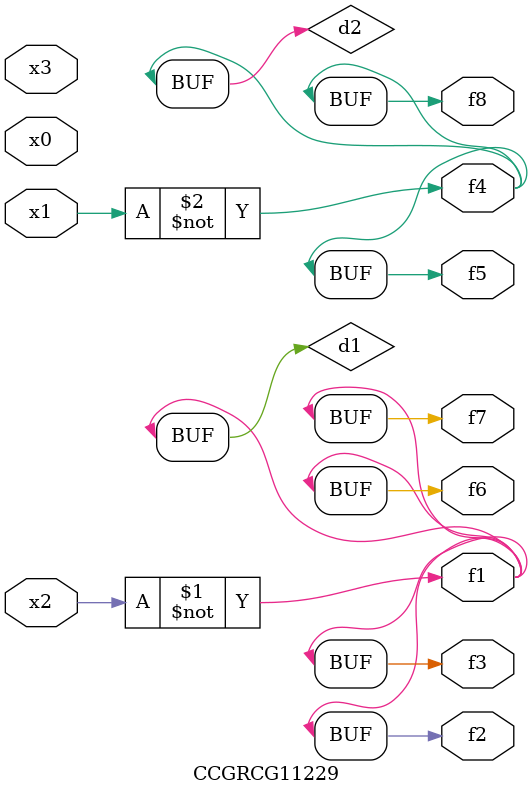
<source format=v>
module CCGRCG11229(
	input x0, x1, x2, x3,
	output f1, f2, f3, f4, f5, f6, f7, f8
);

	wire d1, d2;

	xnor (d1, x2);
	not (d2, x1);
	assign f1 = d1;
	assign f2 = d1;
	assign f3 = d1;
	assign f4 = d2;
	assign f5 = d2;
	assign f6 = d1;
	assign f7 = d1;
	assign f8 = d2;
endmodule

</source>
